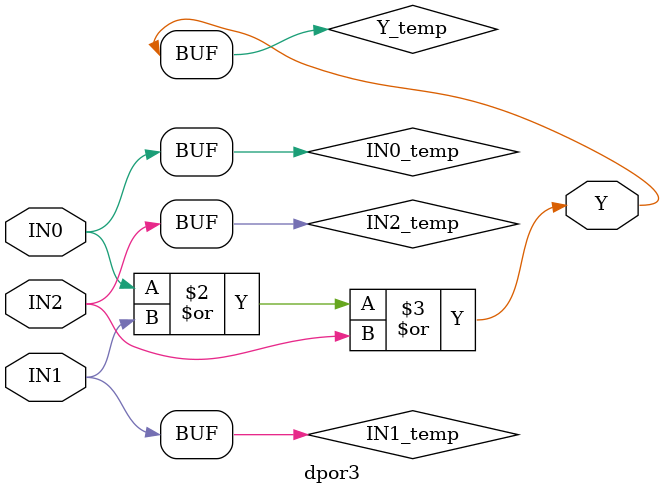
<source format=v>
module dpor3(IN0,IN1,IN2,Y);
  parameter BIT = 0;
  parameter COLINST = "0";
  parameter GROUP = "dpath1";
  parameter
        d_IN0_r = 0,
        d_IN0_f = 0,
        d_IN1_r = 0,
        d_IN1_f = 0,
        d_IN2_r = 0,
        d_IN2_f = 0,
        d_Y_r = 1,
        d_Y_f = 1;
  input  IN0;
  input  IN1;
  input  IN2;
  output  Y;
  wire  IN0_temp;
  wire  IN1_temp;
  wire  IN2_temp;
  reg  Y_temp;
  assign #(d_IN0_r,d_IN0_f) IN0_temp = IN0;
  assign #(d_IN1_r,d_IN1_f) IN1_temp = IN1;
  assign #(d_IN2_r,d_IN2_f) IN2_temp = IN2;
  assign #(d_Y_r,d_Y_f) Y = Y_temp;
  always
    @(IN0_temp or IN1_temp or IN2_temp)
      Y_temp = ((IN0_temp | IN1_temp) | IN2_temp);
endmodule

</source>
